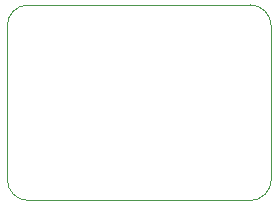
<source format=gbr>
%TF.GenerationSoftware,KiCad,Pcbnew,(6.0.9)*%
%TF.CreationDate,2022-11-27T18:10:09+08:00*%
%TF.ProjectId,usb2serial_pcb,75736232-7365-4726-9961-6c5f7063622e,1.0*%
%TF.SameCoordinates,Original*%
%TF.FileFunction,Profile,NP*%
%FSLAX46Y46*%
G04 Gerber Fmt 4.6, Leading zero omitted, Abs format (unit mm)*
G04 Created by KiCad (PCBNEW (6.0.9)) date 2022-11-27 18:10:09*
%MOMM*%
%LPD*%
G01*
G04 APERTURE LIST*
%TA.AperFunction,Profile*%
%ADD10C,0.100000*%
%TD*%
G04 APERTURE END LIST*
D10*
X68732400Y-48361600D02*
G75*
G03*
X70510400Y-46583600I0J1778000D01*
G01*
X70510400Y-33578800D02*
X70510400Y-46583600D01*
X48158400Y-46583600D02*
X48158400Y-33578800D01*
X48158400Y-46583600D02*
G75*
G03*
X49936400Y-48361600I1778000J0D01*
G01*
X49936400Y-31800800D02*
X68732400Y-31800800D01*
X68732400Y-48361600D02*
X49936400Y-48361600D01*
X70510400Y-33578800D02*
G75*
G03*
X68732400Y-31800800I-1778000J0D01*
G01*
X49936400Y-31800800D02*
G75*
G03*
X48158400Y-33578800I0J-1778000D01*
G01*
M02*

</source>
